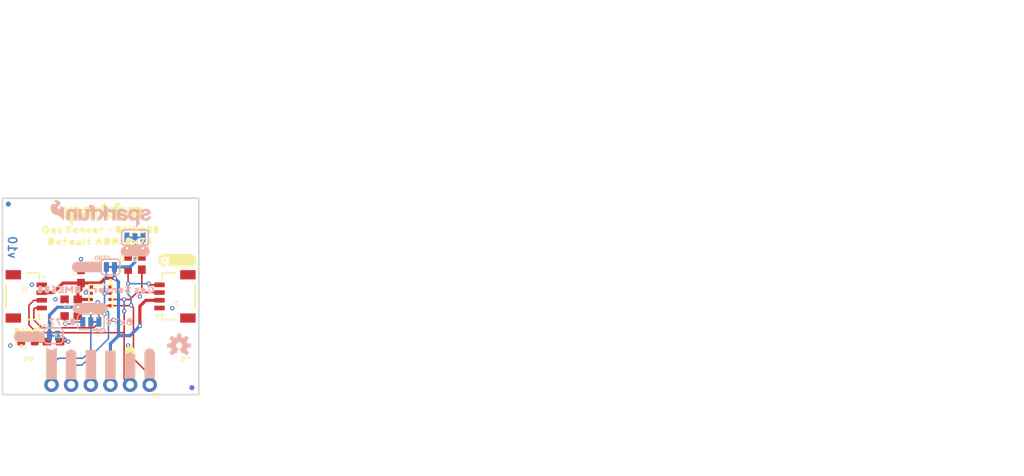
<source format=kicad_pcb>
(kicad_pcb (version 20211014) (generator pcbnew)
  (layers (0 "F.Cu" signal) (31 "B.Cu" signal) (34 "B.Paste" user) (35 "F.Paste" user) (36 "B.SilkS" user "B.Silkscreen") (37 "F.SilkS" user "F.Silkscreen") (38 "B.Mask" user) (39 "F.Mask" user) (44 "Edge.Cuts" user))
  (net 0 "")
  (net 1 "3.3V")
  (net 2 "GND")
  (net 3 "SCL/SCK")
  (net 4 "SDI/SDA")
  (net 5 "N$3")
  (net 6 "N$1")
  (net 7 "N$2")
  (net 8 "N$4")
  (net 9 "~{CSB}")
  (net 10 "N$5")
  (net 11 "SDO")
  (footprint "boardEagle:0603" (layer "F.Cu") (at 152.0571 100.6856 90)
    (fp_text reference "R2" (at 0 -0.762 90) (layer "F.SilkS") (effects (font (size 0.512064 0.512064) (thickness 0.097536)) (justify left)))
    (fp_text value "2.2k")
    (pad "1" smd roundrect (at -0.85 0 90) (size 1.1 1) (layers "F.Cu" "F.Paste" "F.Mask") (roundrect_rratio 0.0508) (net 3 "SCL/SCK"))
    (pad "2" smd roundrect (at 0.85 0 90) (size 1.1 1) (layers "F.Cu" "F.Paste" "F.Mask") (roundrect_rratio 0.0508) (net 8 "N$4"))
  )
  (footprint "boardEagle:LGA_8PIN" (layer "F.Cu") (at 148.5011 105.0036)
    (fp_text reference "U1" (at -1.27 2.54) (layer "F.SilkS") (effects (font (size 0.588264 0.588264) (thickness 0.046736)) (justify left)))
    (fp_text value "BME688LGA")
    (pad "1" smd roundrect (at 1.2 -1.2) (size 0.4 0.4) (layers "F.Cu" "F.Paste" "F.Mask") (roundrect_rratio 0.127) (net 2 "GND"))
    (pad "2" smd roundrect (at 1.2 -0.4) (size 0.4 0.4) (layers "F.Cu" "F.Paste" "F.Mask") (roundrect_rratio 0.127) (net 9 "~{CSB}"))
    (pad "3" smd roundrect (at 1.2 0.4) (size 0.4 0.4) (layers "F.Cu" "F.Paste" "F.Mask") (roundrect_rratio 0.127) (net 4 "SDI/SDA"))
    (pad "4" smd roundrect (at 1.2 1.2) (size 0.4 0.4) (layers "F.Cu" "F.Paste" "F.Mask") (roundrect_rratio 0.127) (net 3 "SCL/SCK"))
    (pad "5" smd roundrect (at -1.2 1.2) (size 0.4 0.4) (layers "F.Cu" "F.Paste" "F.Mask") (roundrect_rratio 0.127) (net 11 "SDO"))
    (pad "6" smd roundrect (at -1.2 0.4) (size 0.4 0.4) (layers "F.Cu" "F.Paste" "F.Mask") (roundrect_rratio 0.127) (net 1 "3.3V"))
    (pad "7" smd roundrect (at -1.2 -0.4) (size 0.4 0.4) (layers "F.Cu" "F.Paste" "F.Mask") (roundrect_rratio 0.127) (net 2 "GND"))
    (pad "8" smd roundrect (at -1.2 -1.2) (size 0.4 0.4) (layers "F.Cu" "F.Paste" "F.Mask") (roundrect_rratio 0.127) (net 1 "3.3V"))
  )
  (footprint "boardEagle:DEFAULT_ADR#_0X760" (layer "F.Cu") (at 141.0081 97.8916)
    (fp_text reference "U$12" hide)
    (fp_text value "" hide)
  )
  (footprint "boardEagle:JST04_1MM_RA" (layer "F.Cu") (at 156.1211 105.0036 90)
    (fp_text reference "J4" (at -1.397 2.159 90) (layer "F.SilkS") (effects (font (size 0.512064 0.512064) (thickness 0.097536)) (justify left)))
    (fp_text value "QWIIC_RA" hide)
    (pad "1" smd roundrect (at -1.5 0 90) (size 0.6 1.35) (layers "F.Cu" "F.Paste" "F.Mask") (roundrect_rratio 0.08466666667) (net 2 "GND"))
    (pad "2" smd roundrect (at -0.5 0 90) (size 0.6 1.35) (layers "F.Cu" "F.Paste" "F.Mask") (roundrect_rratio 0.08466666667) (net 1 "3.3V"))
    (pad "3" smd roundrect (at 0.5 0 90) (size 0.6 1.35) (layers "F.Cu" "F.Paste" "F.Mask") (roundrect_rratio 0.08466666667) (net 4 "SDI/SDA"))
    (pad "4" smd roundrect (at 1.5 0 90) (size 0.6 1.35) (layers "F.Cu" "F.Paste" "F.Mask") (roundrect_rratio 0.08466666667) (net 3 "SCL/SCK"))
    (pad "NC1" smd roundrect (at 2.8 3.675 90) (size 1.2 2) (layers "F.Cu" "F.Paste" "F.Mask") (roundrect_rratio 0.04233333333))
    (pad "NC2" smd roundrect (at -2.8 3.675 90) (size 1.2 2) (layers "F.Cu" "F.Paste" "F.Mask") (roundrect_rratio 0.04233333333))
  )
  (footprint "boardEagle:0603" (layer "F.Cu") (at 153.8351 100.6856 90)
    (fp_text reference "R1" (at 0 -0.762 90) (layer "F.SilkS") (effects (font (size 0.512064 0.512064) (thickness 0.097536)) (justify left)))
    (fp_text value "2.2k")
    (pad "1" smd roundrect (at -0.85 0 90) (size 1.1 1) (layers "F.Cu" "F.Paste" "F.Mask") (roundrect_rratio 0.0508) (net 4 "SDI/SDA"))
    (pad "2" smd roundrect (at 0.85 0 90) (size 1.1 1) (layers "F.Cu" "F.Paste" "F.Mask") (roundrect_rratio 0.0508) (net 7 "N$2"))
  )
  (footprint "boardEagle:0603" (layer "F.Cu") (at 145.9611 102.4246 90)
    (fp_text reference "C2" (at 0 -0.762 90) (layer "F.SilkS") (effects (font (size 0.512064 0.512064) (thickness 0.097536)) (justify left)))
    (fp_text value "0.1uF")
    (pad "1" smd roundrect (at -0.85 0 90) (size 1.1 1) (layers "F.Cu" "F.Paste" "F.Mask") (roundrect_rratio 0.0508) (net 1 "3.3V"))
    (pad "2" smd roundrect (at 0.85 0 90) (size 1.1 1) (layers "F.Cu" "F.Paste" "F.Mask") (roundrect_rratio 0.0508) (net 2 "GND"))
  )
  (footprint "boardEagle:FIDUCIAL-MICRO" (layer "F.Cu") (at 160.3121 116.8146)
    (fp_text reference "JP2" hide)
    (fp_text value "FIDUCIALUFIDUCIAL" hide)
    (pad "1" smd roundrect (at 0 0) (size 0.635 0.635) (layers "F.Cu" "F.Mask") (roundrect_rratio 0.5))
  )
  (footprint "boardEagle:STAND-OFF" (layer "F.Cu") (at 138.3411 94.8436)
    (fp_text reference "JP3" hide)
    (fp_text value "STAND-OFF" hide)
    (pad "" np_thru_hole circle (at 0 0) (size 3.302 3.302) (drill 3.302) (layers *.Cu *.Mask))
  )
  (footprint "boardEagle:#SCL#0" (layer "F.Cu") (at 154.8511 115.9256 90)
    (fp_text reference "U$36" hide)
    (fp_text value "" hide)
  )
  (footprint "boardEagle:0603" (layer "F.Cu") (at 142.4051 110.8456)
    (fp_text reference "R3" (at 0 -0.762) (layer "F.SilkS") (effects (font (size 0.512064 0.512064) (thickness 0.097536)) (justify left)))
    (fp_text value "1k")
    (pad "1" smd roundrect (at -0.85 0) (size 1.1 1) (layers "F.Cu" "F.Paste" "F.Mask") (roundrect_rratio 0.0508) (net 5 "N$3"))
    (pad "2" smd roundrect (at 0.85 0) (size 1.1 1) (layers "F.Cu" "F.Paste" "F.Mask") (roundrect_rratio 0.0508) (net 6 "N$1"))
  )
  (footprint "boardEagle:0603" (layer "F.Cu") (at 144.6911 105.3846 180)
    (fp_text reference "C1" (at 0 -0.762) (layer "F.SilkS") (effects (font (size 0.512064 0.512064) (thickness 0.097536)) (justify right)))
    (fp_text value "0.1uF")
    (pad "1" smd roundrect (at -0.85 0 180) (size 1.1 1) (layers "F.Cu" "F.Paste" "F.Mask") (roundrect_rratio 0.0508) (net 1 "3.3V"))
    (pad "2" smd roundrect (at 0.85 0 180) (size 1.1 1) (layers "F.Cu" "F.Paste" "F.Mask") (roundrect_rratio 0.0508) (net 2 "GND"))
  )
  (footprint "boardEagle:FIDUCIAL-MICRO" (layer "F.Cu") (at 136.5631 93.0656)
    (fp_text reference "JP6" hide)
    (fp_text value "FIDUCIALUFIDUCIAL" hide)
    (pad "1" smd roundrect (at 0 0) (size 0.635 0.635) (layers "F.Cu" "F.Mask") (roundrect_rratio 0.5))
  )
  (footprint "boardEagle:0603" (layer "F.Cu") (at 144.6911 107.5436)
    (fp_text reference "R4" (at 0 -0.762) (layer "F.SilkS") (effects (font (size 0.512064 0.512064) (thickness 0.097536)) (justify left)))
    (fp_text value "10k")
    (pad "1" smd roundrect (at -0.85 0) (size 1.1 1) (layers "F.Cu" "F.Paste" "F.Mask") (roundrect_rratio 0.0508) (net 10 "N$5"))
    (pad "2" smd roundrect (at 0.85 0) (size 1.1 1) (layers "F.Cu" "F.Paste" "F.Mask") (roundrect_rratio 0.0508) (net 1 "3.3V"))
  )
  (footprint "boardEagle:##CSB##0" (layer "F.Cu") (at 144.6911 116.0526 90)
    (fp_text reference "U$22" hide)
    (fp_text value "" hide)
  )
  (footprint "boardEagle:1X06_NO_SILK" (layer "F.Cu") (at 154.8511 116.4336 180)
    (fp_text reference "J3" (at -1.27 -1.397) (layer "F.SilkS") (effects (font (size 0.512064 0.512064) (thickness 0.097536)) (justify right)))
    (fp_text value "")
    (pad "1" thru_hole circle (at 0 0 270) (size 1.8796 1.8796) (drill 1.016) (layers *.Cu *.Mask) (net 3 "SCL/SCK"))
    (pad "2" thru_hole circle (at 2.54 0 270) (size 1.8796 1.8796) (drill 1.016) (layers *.Cu *.Mask) (net 4 "SDI/SDA"))
    (pad "3" thru_hole circle (at 5.08 0 270) (size 1.8796 1.8796) (drill 1.016) (layers *.Cu *.Mask) (net 1 "3.3V"))
    (pad "4" thru_hole circle (at 7.62 0 270) (size 1.8796 1.8796) (drill 1.016) (layers *.Cu *.Mask) (net 2 "GND"))
    (pad "5" thru_hole circle (at 10.16 0 270) (size 1.8796 1.8796) (drill 1.016) (layers *.Cu *.Mask) (net 9 "~{CSB}"))
    (pad "6" thru_hole circle (at 12.7 0 270) (size 1.8796 1.8796) (drill 1.016) (layers *.Cu *.Mask) (net 11 "SDO"))
  )
  (footprint "boardEagle:QWIIC_5MM" (layer "F.Cu") (at 158.4071 100.3046)
    (fp_text reference "LOGO2" hide)
    (fp_text value "QWIIC_LOGO_5MM" hide)
  )
  (footprint "boardEagle:ORDERING_INSTRUCTIONS" (layer "F.Cu") (at 166.2811 66.9036)
    (fp_text reference "LOGO1" hide)
    (fp_text value "SPECIAL_INSTRUCTIONS-ORDERING" hide)
  )
  (footprint "boardEagle:LED-0603" (layer "F.Cu") (at 139.1031 110.8456 180)
    (fp_text reference "D1" (at 0 -0.635) (layer "F.SilkS") (effects (font (size 0.512064 0.512064) (thickness 0.097536)) (justify right)))
    (fp_text value "RED")
    (pad "A" smd roundrect (at -0.877 0 90) (size 1 1) (layers "F.Cu" "F.Paste" "F.Mask") (roundrect_rratio 0.15) (net 5 "N$3"))
    (pad "C" smd roundrect (at 0.877 0 90) (size 1 1) (layers "F.Cu" "F.Paste" "F.Mask") (roundrect_rratio 0.15) (net 2 "GND"))
  )
  (footprint "boardEagle:SFE_LOGO_NAME_.1" (layer "F.Cu") (at 148.5011 94.3356)
    (fp_text reference "LOGO6" hide)
    (fp_text value "SFE_LOGO_NAME.1_INCH" hide)
  )
  (footprint "boardEagle:#SDA#0" (layer "F.Cu") (at 152.3111 115.9256 90)
    (fp_text reference "U$35" hide)
    (fp_text value "" hide)
  )
  (footprint "boardEagle:#GND#0" (layer "F.Cu") (at 147.2311 116.0526 90)
    (fp_text reference "U$33" hide)
    (fp_text value "" hide)
  )
  (footprint "boardEagle:#SDO#0" (layer "F.Cu") (at 142.1511 116.0526 90)
    (fp_text reference "U$2" hide)
    (fp_text value "" hide)
  )
  (footprint "boardEagle:STAND-OFF" (layer "F.Cu") (at 158.6611 115.1636)
    (fp_text reference "JP7" (at 0 -2.032) (layer "F.SilkS") (effects (font (size 0.512064 0.512064) (thickness 0.097536)) (justify left)))
    (fp_text value "STAND-OFF")
    (pad "" np_thru_hole circle (at 0 0) (size 3.302 3.302) (drill 3.302) (layers *.Cu *.Mask))
  )
  (footprint "boardEagle:STAND-OFF" (layer "F.Cu") (at 158.6611 94.8436)
    (fp_text reference "JP4" hide)
    (fp_text value "STAND-OFF" hide)
    (pad "" np_thru_hole circle (at 0 0) (size 3.302 3.302) (drill 3.302) (layers *.Cu *.Mask))
  )
  (footprint "boardEagle:STAND-OFF" (layer "F.Cu") (at 138.3411 115.1636)
    (fp_text reference "JP8" (at 0 -2.032) (layer "F.SilkS") (effects (font (size 0.512064 0.512064) (thickness 0.097536)) (justify left)))
    (fp_text value "STAND-OFF")
    (pad "" np_thru_hole circle (at 0 0) (size 3.302 3.302) (drill 3.302) (layers *.Cu *.Mask))
  )
  (footprint "boardEagle:PWR0" (layer "F.Cu") (at 136.6901 109.5756)
    (fp_text reference "U$5" hide)
    (fp_text value "" hide)
  )
  (footprint "boardEagle:CREATIVE_COMMONS" (layer "F.Cu") (at 181.5211 127.8636)
    (fp_text reference "FRAME1" hide)
    (fp_text value "FRAME-LETTER" hide)
  )
  (footprint "boardEagle:JST04_1MM_RA" (layer "F.Cu") (at 140.8811 105.0036 -90)
    (fp_text reference "J2" (at -1.397 2.159 90) (layer "F.SilkS") (effects (font (size 0.512064 0.512064) (thickness 0.097536)) (justify right)))
    (fp_text value "QWIIC_RA" hide)
    (pad "1" smd roundrect (at -1.5 0 270) (size 0.6 1.35) (layers "F.Cu" "F.Paste" "F.Mask") (roundrect_rratio 0.08466666667) (net 2 "GND"))
    (pad "2" smd roundrect (at -0.5 0 270) (size 0.6 1.35) (layers "F.Cu" "F.Paste" "F.Mask") (roundrect_rratio 0.08466666667) (net 1 "3.3V"))
    (pad "3" smd roundrect (at 0.5 0 270) (size 0.6 1.35) (layers "F.Cu" "F.Paste" "F.Mask") (roundrect_rratio 0.08466666667) (net 4 "SDI/SDA"))
    (pad "4" smd roundrect (at 1.5 0 270) (size 0.6 1.35) (layers "F.Cu" "F.Paste" "F.Mask") (roundrect_rratio 0.08466666667) (net 3 "SCL/SCK"))
    (pad "NC1" smd roundrect (at 2.8 3.675 270) (size 1.2 2) (layers "F.Cu" "F.Paste" "F.Mask") (roundrect_rratio 0.04233333333))
    (pad "NC2" smd roundrect (at -2.8 3.675 270) (size 1.2 2) (layers "F.Cu" "F.Paste" "F.Mask") (roundrect_rratio 0.04233333333))
  )
  (footprint "boardEagle:GAS_SENSOR_#_BME6880" (layer "F.Cu") (at 140.2461 96.3676)
    (fp_text reference "U$10" hide)
    (fp_text value "" hide)
  )
  (footprint "boardEagle:#3V3#0" (layer "F.Cu") (at 149.7711 116.0526 90)
    (fp_text reference "U$14" hide)
    (fp_text value "" hide)
  )
  (footprint "boardEagle:FIDUCIAL-MICRO" (layer "B.Cu") (at 160.3121 116.8146 180)
    (fp_text reference "JP5" hide)
    (fp_text value "FIDUCIALUFIDUCIAL" hide)
    (pad "1" smd roundrect (at 0 0 180) (size 0.635 0.635) (layers "B.Cu" "B.Mask") (roundrect_rratio 0.5))
  )
  (footprint "boardEagle:SMT-JUMPER_2_NC_TRACE_SILK" (layer "B.Cu") (at 142.4051 110.0836 180)
    (fp_text reference "LED0" (at 0 1.143) (layer "B.SilkS") (effects (font (size 0.512064 0.512064) (thickness 0.097536)) (justify left mirror)))
    (fp_text value "JUMPER-SMT_2_NC_TRACE_SILK" hide)
    (fp_poly (pts (xy 0.1905 -0.13335) (xy -0.70485 -0.13335) (xy -0.70485 0.13335) (xy 0.1905 0.13335)) (layer "B.Cu") (width 0) (fill solid))
    (pad "1" smd roundrect (at -0.5207 0 180) (size 0.6604 1.27) (layers "B.Cu" "B.Mask") (roundrect_rratio 0.07692307692) (net 6 "N$1"))
    (pad "2" smd roundrect (at 0.5207 0 180) (size 0.6604 1.27) (layers "B.Cu" "B.Mask") (roundrect_rratio 0.07692307692) (net 1 "3.3V"))
  )
  (footprint "boardEagle:#SDO#0" (layer "B.Cu") (at 142.1511 116.0526 90)
    (fp_text reference "U$16" hide)
    (fp_text value "" hide)
  )
  (footprint "boardEagle:SFE_LOGO_FLAME_.1" (layer "B.Cu") (at 142.9131 93.8276 180)
    (fp_text reference "LOGO4" hide)
    (fp_text value "SFE_LOGO_FLAME.1_INCH" hide)
  )
  (footprint "boardEagle:#I2C#0" (layer "B.Cu") (at 154.8511 99.1616 180)
    (fp_text reference "U$6" hide)
    (fp_text value "" hide)
  )
  (footprint "boardEagle:OSHW-LOGO-S" (layer "B.Cu") (at 158.6611 111.3536 180)
    (fp_text reference "LOGO5" hide)
    (fp_text value "OSHW-LOGOS" hide)
  )
  (footprint "boardEagle:#CSB#0" (layer "B.Cu") (at 149.0091 101.1936 180)
    (fp_text reference "U$3" hide)
    (fp_text value "" hide)
  )
  (footprint "boardEagle:#SDI#0" (layer "B.Cu") (at 152.3111 115.9256 90)
    (fp_text reference "U$19" hide)
    (fp_text value "" hide)
  )
  (footprint "boardEagle:GAS_SENSOR_#_BME6880" (layer "B.Cu") (at 156.1211 104.1146 180)
    (fp_text reference "U$7" hide)
    (fp_text value "" hide)
  )
  (footprint "boardEagle:#3V3#0" (layer "B.Cu") (at 149.7711 116.0526 90)
    (fp_text reference "U$15" hide)
    (fp_text value "" hide)
  )
  (footprint "boardEagle:#LED#0" (layer "B.Cu") (at 141.5161 110.2106 180)
    (fp_text reference "U$8" hide)
    (fp_text value "" hide)
  )
  (footprint "boardEagle:SMT-JUMPER_3_1-NC_TRACE_SILK" (layer "B.Cu") (at 147.2311 108.3056)
    (fp_text reference "ADR0" (at 0 1.143) (layer "B.SilkS") (effects (font (size 0.512064 0.512064) (thickness 0.097536)) (justify right mirror)))
    (fp_text value "JUMPER-SMT_3_1-NC_TRACE_SILK")
    (fp_poly (pts (xy 0.7112 -0.13335) (xy -0.19685 -0.13335) (xy -0.19685 0.13335) (xy 0.7112 0.13335)) (layer "B.Cu") (width 0) (fill solid))
    (pad "1" smd roundrect (at -1.0414 0) (size 0.6604 1.27) (layers "B.Cu" "B.Mask") (roundrect_rratio 0.07692307692) (net 10 "N$5"))
    (pad "2" smd roundrect (at 0 0) (size 0.6604 1.27) (layers "B.Cu" "B.Mask") (roundrect_rratio 0.07692307692) (net 11 "SDO"))
    (pad "3" smd roundrect (at 1.0414 0) (size 0.6604 1.27) (layers "B.Cu" "B.Mask") (roundrect_rratio 0.07692307692) (net 2 "GND"))
  )
  (footprint "boardEagle:##CSB##0" (layer "B.Cu") (at 144.6911 116.0526 90)
    (fp_text reference "U$21" hide)
    (fp_text value "" hide)
  )
  (footprint "boardEagle:#ADR#0" (layer "B.Cu") (at 149.3901 106.5276 180)
    (fp_text reference "U$11" hide)
    (fp_text value "" hide)
  )
  (footprint "boardEagle:0X770" (layer "B.Cu") (at 145.9611 108.3056 180)
    (fp_text reference "U$13" hide)
    (fp_text value "" hide)
  )
  (footprint "boardEagle:SMT-JUMPER_3_2-NC_TRACE_SILK" (layer "B.Cu") (at 152.9461 97.3836)
    (fp_text reference "I2C0" (at 0 1.143) (layer "B.SilkS") (effects (font (size 0.512064 0.512064) (thickness 0.097536)) (justify right mirror)))
    (fp_text value "JUMPER-SMT_3_2-NC_TRACE_SILK" hide)
    (fp_poly (pts (xy 0.7112 -0.13335) (xy -0.7112 -0.13335) (xy -0.7112 0.13335) (xy 0.7112 0.13335)) (layer "B.Cu") (width 0) (fill solid))
    (pad "1" smd roundrect (at -1.0414 0) (size 0.6604 1.27) (layers "B.Cu" "B.Mask") (roundrect_rratio 0.07692307692) (net 8 "N$4"))
    (pad "2" smd roundrect (at 0 0) (size 0.6604 1.27) (layers "B.Cu" "B.Mask") (roundrect_rratio 0.07692307692) (net 1 "3.3V"))
    (pad "3" smd roundrect (at 1.0414 0) (size 0.6604 1.27) (layers "B.Cu" "B.Mask") (roundrect_rratio 0.07692307692) (net 7 "N$2"))
  )
  (footprint "boardEagle:SFE_LOGO_NAME_.1" (layer "B.Cu") (at 149.5171 94.5896 180)
    (fp_text reference "LOGO3" hide)
    (fp_text value "SFE_LOGO_NAME.1_INCH" hide)
  )
  (footprint "boardEagle:#SCK#0" (layer "B.Cu") (at 154.8511 115.9256 90)
    (fp_text reference "U$20" hide)
    (fp_text value "" hide)
  )
  (footprint "boardEagle:#GND#0" (layer "B.Cu") (at 147.2311 116.0526 90)
    (fp_text reference "U$1" hide)
    (fp_text value "" hide)
  )
  (footprint "boardEagle:SMT-JUMPER_2_NC_TRACE_SILK" (layer "B.Cu") (at 149.7711 101.1936 180)
    (fp_text reference "CSB0" (at 0 1.143) (layer "B.SilkS") (effects (font (size 0.512064 0.512064) (thickness 0.097536)) (justify left mirror)))
    (fp_text value "JUMPER-SMT_2_NC_TRACE_SILK")
    (fp_poly (pts (xy 0.1905 -0.13335) (xy -0.70485 -0.13335) (xy -0.70485 0.13335) (xy 0.1905 0.13335)) (layer "B.Cu") (width 0) (fill solid))
    (pad "1" smd roundrect (at -0.5207 0 180) (size 0.6604 1.27) (layers "B.Cu" "B.Mask") (roundrect_rratio 0.07692307692) (net 1 "3.3V"))
    (pad "2" smd roundrect (at 0.5207 0 180) (size 0.6604 1.27) (layers "B.Cu" "B.Mask") (roundrect_rratio 0.07692307692) (net 9 "~{CSB}"))
  )
  (footprint "boardEagle:0X760" (layer "B.Cu") (at 153.3271 108.3056 180)
    (fp_text reference "U$9" hide)
    (fp_text value "" hide)
  )
  (footprint "boardEagle:FIDUCIAL-MICRO" (layer "B.Cu") (at 136.5631 93.0656 180)
    (fp_text reference "JP1" hide)
    (fp_text value "FIDUCIALUFIDUCIAL" hide)
    (pad "1" smd roundrect (at 0 0 180) (size 0.635 0.635) (layers "B.Cu" "B.Mask") (roundrect_rratio 0.5))
  )
  (gr_line (start 135.8011 117.7036) (end 135.8011 92.3036) (layer "Edge.Cuts") (width 0.2032))
  (gr_line (start 135.8011 92.3036) (end 161.2011 92.3036) (layer "Edge.Cuts") (width 0.2032))
  (gr_line (start 161.2011 117.7036) (end 135.8011 117.7036) (layer "Edge.Cuts") (width 0.2032))
  (gr_line (start 161.2011 92.3036) (end 161.2011 117.7036) (layer "Edge.Cuts") (width 0.2032))
  (gr_text "v10" (at 137.0711 98.6536 -90) (layer "B.Cu") (effects (font (size 1.0795 1.0795) (thickness 0.1905)) (justify mirror)))
  (segment (start 145.5601 105.4036) (end 147.3011 105.4036) (width 0.4064) (layer "F.Cu") (net 1))
  (segment (start 145.9611 103.2746) (end 147.2311 103.2746) (width 0.4064) (layer "F.Cu") (net 1))
  (segment (start 153.5811 106.2736) (end 154.3431 105.5116) (width 0.4064) (layer "F.Cu") (net 1))
  (segment (start 145.5411 106.3616) (end 145.5801 106.4006) (width 0.4064) (layer "F.Cu") (net 1))
  (segment (start 140.8811 104.5036) (end 142.3971 104.5036) (width 0.4064) (layer "F.Cu") (net 1))
  (segment (start 145.5601 104.5156) (end 145.5601 105.4036) (width 0.4064) (layer "F.Cu") (net 1))
  (segment (start 145.5801 106.4006) (end 145.5801 107.5046) (width 0.4064) (layer "F.Cu") (net 1))
  (segment (start 153.5811 108.8136) (end 153.5811 106.2736) (width 0.4064) (layer "F.Cu") (net 1))
  (segment (start 145.5801 107.5046) (end 145.5411 107.5436) (width 0.4064) (layer "F.Cu") (net 1))
  (segment (start 143.6261 103.2746) (end 145.9611 103.2746) (width 0.4064) (layer "F.Cu") (net 1))
  (segment (start 149.094625 102.6541) (end 148.474125 103.2746) (width 0.4064) (layer "F.Cu") (net 1))
  (segment (start 145.5411 105.3846) (end 145.5601 105.4036) (width 0.4064) (layer "F.Cu") (net 1))
  (segment (start 149.094625 102.6541) (end 150.3426 102.6541) (width 0.4064) (layer "F.Cu") (net 1))
  (segment (start 156.1291 105.5116) (end 156.1211 105.5036) (width 0.4064) (layer "F.Cu") (net 1))
  (segment (start 145.9611 103.2746) (end 145.9611 104.1146) (width 0.4064) (layer "F.Cu") (net 1))
  (segment (start 147.3011 103.3446) (end 147.2311 103.2746) (width 0.4064) (layer "F.Cu") (net 1))
  (segment (start 142.3971 104.5036) (end 143.6261 103.2746) (width 0.4064) (layer "F.Cu") (net 1))
  (segment (start 147.2311 103.2746) (end 148.474125 103.2746) (width 0.4064) (layer "F.Cu") (net 1))
  (segment (start 145.5411 105.3846) (end 145.5411 106.3616) (width 0.4064) (layer "F.Cu") (net 1))
  (segment (start 154.3431 105.5116) (end 156.1291 105.5116) (width 0.4064) (layer "F.Cu") (net 1))
  (segment (start 145.9611 104.1146) (end 145.5601 104.5156) (width 0.4064) (layer "F.Cu") (net 1))
  (segment (start 147.3011 103.8036) (end 147.3011 103.3446) (width 0.4064) (layer "F.Cu") (net 1))
  (via (at 150.3426 102.6541) (size 0.5588) (drill 0.3048) (layers "F.Cu" "B.Cu") (net 1))
  (via (at 153.5811 108.8136) (size 0.5588) (drill 0.3048) (layers "F.Cu" "B.Cu") (net 1))
  (via (at 145.5801 106.4006) (size 0.5588) (drill 0.3048) (layers "F.Cu" "B.Cu") (net 1))
  (segment (start 150.8125 110.0836) (end 150.8125 103.124) (width 0.4064) (layer "B.Cu") (net 1))
  (segment (start 150.2791 102.5906) (end 150.2791 101.1936) (width 0.4064) (layer "B.Cu") (net 1))
  (segment (start 141.8844 110.0836) (end 141.8844 107.4293) (width 0.4064) (layer "B.Cu") (net 1))
  (segment (start 149.7711 111.125) (end 150.8125 110.0836) (width 0.4064) (layer "B.Cu") (net 1))
  (segment (start 141.8844 107.4293) (end 142.9131 106.4006) (width 0.4064) (layer "B.Cu") (net 1))
  (segment (start 150.3426 102.6541) (end 150.2791 102.5906) (width 0.4064) (layer "B.Cu") (net 1))
  (segment (start 150.8125 110.0836) (end 152.3111 110.0836) (width 0.4064) (layer "B.Cu") (net 1))
  (segment (start 152.9461 100.5586) (end 152.3111 101.1936) (width 0.4064) (layer "B.Cu") (net 1))
  (segment (start 150.8125 103.124) (end 150.3426 102.6541) (width 0.4064) (layer "B.Cu") (net 1))
  (segment (start 152.3111 101.1936) (end 150.2918 101.1936) (width 0.4064) (layer "B.Cu") (net 1))
  (segment (start 152.3111 110.0836) (end 153.5811 108.8136) (width 0.4064) (layer "B.Cu") (net 1))
  (segment (start 142.9131 106.4006) (end 145.5801 106.4006) (width 0.4064) (layer "B.Cu") (net 1))
  (segment (start 152.9461 97.3836) (end 152.9461 100.5586) (width 0.4064) (layer "B.Cu") (net 1))
  (segment (start 149.7711 116.4336) (end 149.7711 111.125) (width 0.4064) (layer "B.Cu") (net 1))
  (segment (start 150.2918 101.1936) (end 150.2791 101.1936) (width 0.4064) (layer "B.Cu") (net 1))
  (via (at 150.1521 108.0516) (size 0.5588) (drill 0.3048) (layers "F.Cu" "B.Cu") (net 2))
  (via (at 152.0571 111.3536) (size 0.5588) (drill 0.3048) (layers "F.Cu" "B.Cu") (net 2))
  (via (at 139.6111 103.4796) (size 0.5588) (drill 0.3048) (layers "F.Cu" "B.Cu") (net 2))
  (via (at 146.5961 104.4956) (size 0.5588) (drill 0.3048) (layers "F.Cu" "B.Cu") (net 2))
  (via (at 153.5811 105.0036) (size 0.5588) (drill 0.3048) (layers "F.Cu" "B.Cu") (net 2))
  (via (at 157.7721 106.5276) (size 0.5588) (drill 0.3048) (layers "F.Cu" "B.Cu") (net 2))
  (via (at 142.6591 105.3846) (size 0.5588) (drill 0.3048) (layers "F.Cu" "B.Cu") (net 2))
  (via (at 145.9611 100.1776) (size 0.5588) (drill 0.3048) (layers "F.Cu" "B.Cu") (net 2))
  (via (at 148.1201 105.7656) (size 0.5588) (drill 0.3048) (layers "F.Cu" "B.Cu") (net 2))
  (via (at 149.0091 107.2896) (size 0.5588) (drill 0.3048) (layers "F.Cu" "B.Cu") (net 2))
  (via (at 136.8171 111.3536) (size 0.554) (drill 0.3) (layers "F.Cu" "B.Cu") (net 2))
  (via (at 152.1841 108.4326) (size 0.5588) (drill 0.3048) (layers "F.Cu" "B.Cu") (net 2))
  (segment (start 154.8511 116.4336) (end 154.8511 115.1636) (width 0.2032) (layer "F.Cu") (net 3))
  (segment (start 148.2471 107.1626) (end 149.2061 106.2036) (width 0.2032) (layer "F.Cu") (net 3))
  (segment (start 148.2471 108.4326) (end 148.2471 107.1626) (width 0.2032) (layer "F.Cu") (net 3))
  (segment (start 147.6121 109.0676) (end 148.2471 108.4326) (width 0.2032) (layer "F.Cu") (net 3))
  (segment (start 139.8651 106.6546) (end 139.8651 108.0516) (width 0.2032) (layer "F.Cu") (net 3))
  (segment (start 140.8811 109.0676) (end 147.6121 109.0676) (width 0.2032) (layer "F.Cu") (net 3))
  (segment (start 154.8511 115.1636) (end 152.7491 113.0616) (width 0.2032) (layer "F.Cu") (net 3))
  (segment (start 154.8751 103.5036) (end 156.1211 103.5036) (width 0.2032) (layer "F.Cu") (net 3))
  (segment (start 154.7241 103.3526) (end 154.8751 103.5036) (width 0.2032) (layer "F.Cu") (net 3))
  (segment (start 149.7011 106.2036) (end 152.4951 106.2036) (width 0.2032) (layer "F.Cu") (net 3))
  (segment (start 139.8651 108.0516) (end 140.8811 109.0676) (width 0.2032) (layer "F.Cu") (net 3))
  (segment (start 140.0161 106.5036) (end 139.8651 106.6546) (width 0.2032) (layer "F.Cu") (net 3))
  (segment (start 152.0571 101.5356) (end 152.0571 103.3526) (width 0.2032) (layer "F.Cu") (net 3))
  (segment (start 140.8811 106.5036) (end 140.0161 106.5036) (width 0.2032) (layer "F.Cu") (net 3))
  (segment (start 152.7491 106.4576) (end 152.4951 106.2036) (width 0.2032) (layer "F.Cu") (net 3))
  (segment (start 149.2061 106.2036) (end 149.7011 106.2036) (width 0.2032) (layer "F.Cu") (net 3))
  (segment (start 152.4951 106.2036) (end 152.4381 106.1466) (width 0.2032) (layer "F.Cu") (net 3))
  (segment (start 152.7491 113.0616) (end 152.7491 106.4576) (width 0.2032) (layer "F.Cu") (net 3))
  (via (at 152.0571 103.3526) (size 0.5588) (drill 0.3048) (layers "F.Cu" "B.Cu") (net 3))
  (via (at 152.4381 106.1466) (size 0.5588) (drill 0.3048) (layers "F.Cu" "B.Cu") (net 3))
  (via (at 154.7241 103.3526) (size 0.5588) (drill 0.3048) (layers "F.Cu" "B.Cu") (net 3))
  (segment (start 152.4381 105.1306) (end 152.0571 104.7496) (width 0.2032) (layer "B.Cu") (net 3))
  (segment (start 152.0571 103.3526) (end 154.7241 103.3526) (width 0.2032) (layer "B.Cu") (net 3))
  (segment (start 152.0571 104.7496) (end 152.0571 103.3526) (width 0.2032) (layer "B.Cu") (net 3))
  (segment (start 152.4381 105.1306) (end 152.4381 106.1466) (width 0.2032) (layer "B.Cu") (net 3))
  (segment (start 151.5491 105.4036) (end 152.2921 105.4036) (width 0.2032) (layer "F.Cu") (net 4))
  (segment (start 152.3111 116.4336) (end 151.5491 115.6716) (width 0.2032) (layer "F.Cu") (net 4))
  (segment (start 139.8731 105.5036) (end 139.2301 106.1466) (width 0.2032) (layer "F.Cu") (net 4))
  (segment (start 153.2001 104.4956) (end 153.8351 104.4956) (width 0.2032) (layer "F.Cu") (net 4))
  (segment (start 152.2921 105.4036) (end 153.2001 104.4956) (width 0.2032) (layer "F.Cu") (net 4))
  (segment (start 153.8351 104.4956) (end 156.1131 104.4956) (width 0.2032) (layer "F.Cu") (net 4))
  (segment (start 139.2301 106.1466) (end 139.2301 108.6866) (width 0.2032) (layer "F.Cu") (net 4))
  (segment (start 151.5491 105.4036) (end 149.7011 105.4036) (width 0.2032) (layer "F.Cu") (net 4))
  (segment (start 153.8351 101.5356) (end 153.8351 104.4956) (width 0.2032) (layer "F.Cu") (net 4))
  (segment (start 140.2461 109.7026) (end 151.5491 109.7026) (width 0.2032) (layer "F.Cu") (net 4))
  (segment (start 139.2301 108.6866) (end 140.2461 109.7026) (width 0.2032) (layer "F.Cu") (net 4))
  (segment (start 151.5491 115.6716) (end 151.5491 109.7026) (width 0.2032) (layer "F.Cu") (net 4))
  (segment (start 140.8811 105.5036) (end 139.8731 105.5036) (width 0.2032) (layer "F.Cu") (net 4))
  (segment (start 156.1131 104.4956) (end 156.1211 104.5036) (width 0.2032) (layer "F.Cu") (net 4))
  (segment (start 151.5491 106.9086) (end 151.5491 109.7026) (width 0.2032) (layer "F.Cu") (net 4))
  (via (at 151.5491 106.9086) (size 0.5588) (drill 0.3048) (layers "F.Cu" "B.Cu") (net 4))
  (via (at 151.5491 105.4036) (size 0.5588) (drill 0.3048) (layers "F.Cu" "B.Cu") (net 4))
  (segment (start 151.5491 105.4036) (end 151.5491 106.9086) (width 0.2032) (layer "B.Cu") (net 4))
  (segment (start 141.5551 110.8456) (end 139.9801 110.8456) (width 0.254) (layer "F.Cu") (net 5))
  (segment (start 144.3101 110.8456) (end 143.2551 110.8456) (width 0.2032) (layer "F.Cu") (net 6))
  (via (at 144.3101 110.8456) (size 0.5588) (drill 0.3048) (layers "F.Cu" "B.Cu") (net 6))
  (segment (start 143.5481 110.0836) (end 142.9258 110.0836) (width 0.2032) (layer "B.Cu") (net 6))
  (segment (start 144.3101 110.8456) (end 143.5481 110.0836) (width 0.2032) (layer "B.Cu") (net 6))
  (segment (start 153.8351 99.8356) (end 153.8351 98.9076) (width 0.2032) (layer "F.Cu") (net 7))
  (segment (start 153.8351 98.9076) (end 153.9621 98.7806) (width 0.2032) (layer "F.Cu") (net 7))
  (via (at 153.9621 98.7806) (size 0.5588) (drill 0.3048) (layers "F.Cu" "B.Cu") (net 7))
  (segment (start 153.9621 98.7806) (end 153.9621 97.409) (width 0.2032) (layer "B.Cu") (net 7))
  (segment (start 153.9621 97.409) (end 153.9875 97.3836) (width 0.2032) (layer "B.Cu") (net 7))
  (segment (start 152.0571 99.8356) (end 152.0571 98.9076) (width 0.2032) (layer "F.Cu") (net 8))
  (segment (start 152.0571 98.9076) (end 151.9301 98.7806) (width 0.2032) (layer "F.Cu") (net 8))
  (via (at 151.9301 98.7806) (size 0.5588) (drill 0.3048) (layers "F.Cu" "B.Cu") (net 8))
  (segment (start 151.9301 98.7806) (end 151.9047 98.7552) (width 0.2032) (layer "B.Cu") (net 8))
  (segment (start 151.9047 98.7552) (end 151.9047 97.3836) (width 0.2032) (layer "B.Cu") (net 8))
  (segment (start 149.0281 104.6036) (end 149.0091 104.6226) (width 0.2032) (layer "F.Cu") (net 9))
  (segment (start 149.7011 104.6036) (end 149.0281 104.6036) (width 0.2032) (layer "F.Cu") (net 9))
  (via (at 149.0091 104.6226) (size 0.5588) (drill 0.3048) (layers "F.Cu" "B.Cu") (net 9))
  (segment (start 149.0091 102.5906) (end 149.2504 102.3493) (width 0.2032) (layer "B.Cu") (net 9))
  (segment (start 149.0091 106.5276) (end 149.5171 107.0356) (width 0.2032) (layer "B.Cu") (net 9))
  (segment (start 149.5171 107.0356) (end 149.5171 110.4646) (width 0.2032) (layer "B.Cu") (net 9))
  (segment (start 149.2504 102.3493) (end 149.2504 101.1936) (width 0.2032) (layer "B.Cu") (net 9))
  (segment (start 146.0881 113.8936) (end 145.1991 113.8936) (width 0.2032) (layer "B.Cu") (net 9))
  (segment (start 145.1991 113.8936) (end 144.6911 114.4016) (width 0.2032) (layer "B.Cu") (net 9))
  (segment (start 149.0091 104.6226) (end 149.0091 102.5906) (width 0.2032) (layer "B.Cu") (net 9))
  (segment (start 149.5171 110.4646) (end 146.0881 113.8936) (width 0.2032) (layer "B.Cu") (net 9))
  (segment (start 149.0091 104.6226) (end 149.0091 106.5276) (width 0.2032) (layer "B.Cu") (net 9))
  (segment (start 144.6911 114.4016) (end 144.6911 116.4336) (width 0.2032) (layer "B.Cu") (net 9))
  (segment (start 143.9291 108.5596) (end 143.8411 108.4716) (width 0.2032) (layer "F.Cu") (net 10))
  (segment (start 143.8411 108.4716) (end 143.8411 107.5436) (width 0.2032) (layer "F.Cu") (net 10))
  (via (at 143.9291 108.5596) (size 0.5588) (drill 0.3048) (layers "F.Cu" "B.Cu") (net 10))
  (segment (start 143.9291 108.5596) (end 144.9451 108.5596) (width 0.2032) (layer "B.Cu") (net 10))
  (segment (start 146.1897 108.3056) (end 145.1991 108.3056) (width 0.2032) (layer "B.Cu") (net 10))
  (segment (start 145.1991 108.3056) (end 144.9451 108.5596) (width 0.2032) (layer "B.Cu") (net 10))
  (segment (start 147.2311 107.1626) (end 147.3011 107.0926) (width 0.2032) (layer "F.Cu") (net 11))
  (segment (start 147.3011 107.0926) (end 147.3011 106.2036) (width 0.2032) (layer "F.Cu") (net 11))
  (via (at 147.2311 107.1626) (size 0.5588) (drill 0.3048) (layers "F.Cu" "B.Cu") (net 11))
  (segment (start 142.1511 113.8936) (end 142.1511 116.4336) (width 0.2032) (layer "B.Cu") (net 11))
  (segment (start 146.2151 113.0046) (end 143.0401 113.0046) (width 0.2032) (layer "B.Cu") (net 11))
  (segment (start 147.2311 111.9886) (end 146.2151 113.0046) (width 0.2032) (layer "B.Cu") (net 11))
  (segment (start 147.2311 107.1626) (end 147.2311 108.3056) (width 0.2032) (layer "B.Cu") (net 11))
  (segment (start 143.0401 113.0046) (end 142.1511 113.8936) (width 0.2032) (layer "B.Cu") (net 11))
  (segment (start 147.2311 108.3056) (end 147.2311 111.9886) (width 0.2032) (layer "B.Cu") (net 11))
)
</source>
